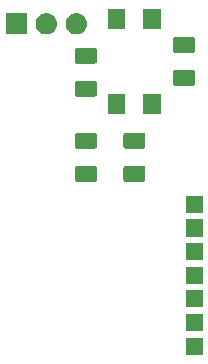
<source format=gbr>
G04 #@! TF.GenerationSoftware,KiCad,Pcbnew,(5.0.1)-4*
G04 #@! TF.CreationDate,2019-02-18T00:42:30+08:00*
G04 #@! TF.ProjectId,Xiaomi2Ali-Smart-Plug-WIFI-Module,5869616F6D6932416C692D536D617274,rev?*
G04 #@! TF.SameCoordinates,Original*
G04 #@! TF.FileFunction,Soldermask,Top*
G04 #@! TF.FilePolarity,Negative*
%FSLAX46Y46*%
G04 Gerber Fmt 4.6, Leading zero omitted, Abs format (unit mm)*
G04 Created by KiCad (PCBNEW (5.0.1)-4) date 2019/2/18 0:42:30*
%MOMM*%
%LPD*%
G01*
G04 APERTURE LIST*
%ADD10C,0.100000*%
G04 APERTURE END LIST*
D10*
G36*
X143826000Y-100226000D02*
X142374000Y-100226000D01*
X142374000Y-98774000D01*
X143826000Y-98774000D01*
X143826000Y-100226000D01*
X143826000Y-100226000D01*
G37*
G36*
X143826000Y-98226000D02*
X142374000Y-98226000D01*
X142374000Y-96774000D01*
X143826000Y-96774000D01*
X143826000Y-98226000D01*
X143826000Y-98226000D01*
G37*
G36*
X143826000Y-96226000D02*
X142374000Y-96226000D01*
X142374000Y-94774000D01*
X143826000Y-94774000D01*
X143826000Y-96226000D01*
X143826000Y-96226000D01*
G37*
G36*
X143826000Y-94226000D02*
X142374000Y-94226000D01*
X142374000Y-92774000D01*
X143826000Y-92774000D01*
X143826000Y-94226000D01*
X143826000Y-94226000D01*
G37*
G36*
X143826000Y-92226000D02*
X142374000Y-92226000D01*
X142374000Y-90774000D01*
X143826000Y-90774000D01*
X143826000Y-92226000D01*
X143826000Y-92226000D01*
G37*
G36*
X143826000Y-90226000D02*
X142374000Y-90226000D01*
X142374000Y-88774000D01*
X143826000Y-88774000D01*
X143826000Y-90226000D01*
X143826000Y-90226000D01*
G37*
G36*
X143826000Y-88226000D02*
X142374000Y-88226000D01*
X142374000Y-86774000D01*
X143826000Y-86774000D01*
X143826000Y-88226000D01*
X143826000Y-88226000D01*
G37*
G36*
X138768604Y-84228347D02*
X138805145Y-84239432D01*
X138838820Y-84257431D01*
X138868341Y-84281659D01*
X138892569Y-84311180D01*
X138910568Y-84344855D01*
X138921653Y-84381396D01*
X138926000Y-84425538D01*
X138926000Y-85374462D01*
X138921653Y-85418604D01*
X138910568Y-85455145D01*
X138892569Y-85488820D01*
X138868341Y-85518341D01*
X138838820Y-85542569D01*
X138805145Y-85560568D01*
X138768604Y-85571653D01*
X138724462Y-85576000D01*
X137275538Y-85576000D01*
X137231396Y-85571653D01*
X137194855Y-85560568D01*
X137161180Y-85542569D01*
X137131659Y-85518341D01*
X137107431Y-85488820D01*
X137089432Y-85455145D01*
X137078347Y-85418604D01*
X137074000Y-85374462D01*
X137074000Y-84425538D01*
X137078347Y-84381396D01*
X137089432Y-84344855D01*
X137107431Y-84311180D01*
X137131659Y-84281659D01*
X137161180Y-84257431D01*
X137194855Y-84239432D01*
X137231396Y-84228347D01*
X137275538Y-84224000D01*
X138724462Y-84224000D01*
X138768604Y-84228347D01*
X138768604Y-84228347D01*
G37*
G36*
X134668604Y-84228347D02*
X134705145Y-84239432D01*
X134738820Y-84257431D01*
X134768341Y-84281659D01*
X134792569Y-84311180D01*
X134810568Y-84344855D01*
X134821653Y-84381396D01*
X134826000Y-84425538D01*
X134826000Y-85374462D01*
X134821653Y-85418604D01*
X134810568Y-85455145D01*
X134792569Y-85488820D01*
X134768341Y-85518341D01*
X134738820Y-85542569D01*
X134705145Y-85560568D01*
X134668604Y-85571653D01*
X134624462Y-85576000D01*
X133175538Y-85576000D01*
X133131396Y-85571653D01*
X133094855Y-85560568D01*
X133061180Y-85542569D01*
X133031659Y-85518341D01*
X133007431Y-85488820D01*
X132989432Y-85455145D01*
X132978347Y-85418604D01*
X132974000Y-85374462D01*
X132974000Y-84425538D01*
X132978347Y-84381396D01*
X132989432Y-84344855D01*
X133007431Y-84311180D01*
X133031659Y-84281659D01*
X133061180Y-84257431D01*
X133094855Y-84239432D01*
X133131396Y-84228347D01*
X133175538Y-84224000D01*
X134624462Y-84224000D01*
X134668604Y-84228347D01*
X134668604Y-84228347D01*
G37*
G36*
X138768604Y-81428347D02*
X138805145Y-81439432D01*
X138838820Y-81457431D01*
X138868341Y-81481659D01*
X138892569Y-81511180D01*
X138910568Y-81544855D01*
X138921653Y-81581396D01*
X138926000Y-81625538D01*
X138926000Y-82574462D01*
X138921653Y-82618604D01*
X138910568Y-82655145D01*
X138892569Y-82688820D01*
X138868341Y-82718341D01*
X138838820Y-82742569D01*
X138805145Y-82760568D01*
X138768604Y-82771653D01*
X138724462Y-82776000D01*
X137275538Y-82776000D01*
X137231396Y-82771653D01*
X137194855Y-82760568D01*
X137161180Y-82742569D01*
X137131659Y-82718341D01*
X137107431Y-82688820D01*
X137089432Y-82655145D01*
X137078347Y-82618604D01*
X137074000Y-82574462D01*
X137074000Y-81625538D01*
X137078347Y-81581396D01*
X137089432Y-81544855D01*
X137107431Y-81511180D01*
X137131659Y-81481659D01*
X137161180Y-81457431D01*
X137194855Y-81439432D01*
X137231396Y-81428347D01*
X137275538Y-81424000D01*
X138724462Y-81424000D01*
X138768604Y-81428347D01*
X138768604Y-81428347D01*
G37*
G36*
X134668604Y-81428347D02*
X134705145Y-81439432D01*
X134738820Y-81457431D01*
X134768341Y-81481659D01*
X134792569Y-81511180D01*
X134810568Y-81544855D01*
X134821653Y-81581396D01*
X134826000Y-81625538D01*
X134826000Y-82574462D01*
X134821653Y-82618604D01*
X134810568Y-82655145D01*
X134792569Y-82688820D01*
X134768341Y-82718341D01*
X134738820Y-82742569D01*
X134705145Y-82760568D01*
X134668604Y-82771653D01*
X134624462Y-82776000D01*
X133175538Y-82776000D01*
X133131396Y-82771653D01*
X133094855Y-82760568D01*
X133061180Y-82742569D01*
X133031659Y-82718341D01*
X133007431Y-82688820D01*
X132989432Y-82655145D01*
X132978347Y-82618604D01*
X132974000Y-82574462D01*
X132974000Y-81625538D01*
X132978347Y-81581396D01*
X132989432Y-81544855D01*
X133007431Y-81511180D01*
X133031659Y-81481659D01*
X133061180Y-81457431D01*
X133094855Y-81439432D01*
X133131396Y-81428347D01*
X133175538Y-81424000D01*
X134624462Y-81424000D01*
X134668604Y-81428347D01*
X134668604Y-81428347D01*
G37*
G36*
X137251000Y-79851000D02*
X135749000Y-79851000D01*
X135749000Y-78149000D01*
X137251000Y-78149000D01*
X137251000Y-79851000D01*
X137251000Y-79851000D01*
G37*
G36*
X140251000Y-79851000D02*
X138749000Y-79851000D01*
X138749000Y-78149000D01*
X140251000Y-78149000D01*
X140251000Y-79851000D01*
X140251000Y-79851000D01*
G37*
G36*
X134668604Y-77028347D02*
X134705145Y-77039432D01*
X134738820Y-77057431D01*
X134768341Y-77081659D01*
X134792569Y-77111180D01*
X134810568Y-77144855D01*
X134821653Y-77181396D01*
X134826000Y-77225538D01*
X134826000Y-78174462D01*
X134821653Y-78218604D01*
X134810568Y-78255145D01*
X134792569Y-78288820D01*
X134768341Y-78318341D01*
X134738820Y-78342569D01*
X134705145Y-78360568D01*
X134668604Y-78371653D01*
X134624462Y-78376000D01*
X133175538Y-78376000D01*
X133131396Y-78371653D01*
X133094855Y-78360568D01*
X133061180Y-78342569D01*
X133031659Y-78318341D01*
X133007431Y-78288820D01*
X132989432Y-78255145D01*
X132978347Y-78218604D01*
X132974000Y-78174462D01*
X132974000Y-77225538D01*
X132978347Y-77181396D01*
X132989432Y-77144855D01*
X133007431Y-77111180D01*
X133031659Y-77081659D01*
X133061180Y-77057431D01*
X133094855Y-77039432D01*
X133131396Y-77028347D01*
X133175538Y-77024000D01*
X134624462Y-77024000D01*
X134668604Y-77028347D01*
X134668604Y-77028347D01*
G37*
G36*
X142968604Y-76128347D02*
X143005145Y-76139432D01*
X143038820Y-76157431D01*
X143068341Y-76181659D01*
X143092569Y-76211180D01*
X143110568Y-76244855D01*
X143121653Y-76281396D01*
X143126000Y-76325538D01*
X143126000Y-77274462D01*
X143121653Y-77318604D01*
X143110568Y-77355145D01*
X143092569Y-77388820D01*
X143068341Y-77418341D01*
X143038820Y-77442569D01*
X143005145Y-77460568D01*
X142968604Y-77471653D01*
X142924462Y-77476000D01*
X141475538Y-77476000D01*
X141431396Y-77471653D01*
X141394855Y-77460568D01*
X141361180Y-77442569D01*
X141331659Y-77418341D01*
X141307431Y-77388820D01*
X141289432Y-77355145D01*
X141278347Y-77318604D01*
X141274000Y-77274462D01*
X141274000Y-76325538D01*
X141278347Y-76281396D01*
X141289432Y-76244855D01*
X141307431Y-76211180D01*
X141331659Y-76181659D01*
X141361180Y-76157431D01*
X141394855Y-76139432D01*
X141431396Y-76128347D01*
X141475538Y-76124000D01*
X142924462Y-76124000D01*
X142968604Y-76128347D01*
X142968604Y-76128347D01*
G37*
G36*
X134668604Y-74228347D02*
X134705145Y-74239432D01*
X134738820Y-74257431D01*
X134768341Y-74281659D01*
X134792569Y-74311180D01*
X134810568Y-74344855D01*
X134821653Y-74381396D01*
X134826000Y-74425538D01*
X134826000Y-75374462D01*
X134821653Y-75418604D01*
X134810568Y-75455145D01*
X134792569Y-75488820D01*
X134768341Y-75518341D01*
X134738820Y-75542569D01*
X134705145Y-75560568D01*
X134668604Y-75571653D01*
X134624462Y-75576000D01*
X133175538Y-75576000D01*
X133131396Y-75571653D01*
X133094855Y-75560568D01*
X133061180Y-75542569D01*
X133031659Y-75518341D01*
X133007431Y-75488820D01*
X132989432Y-75455145D01*
X132978347Y-75418604D01*
X132974000Y-75374462D01*
X132974000Y-74425538D01*
X132978347Y-74381396D01*
X132989432Y-74344855D01*
X133007431Y-74311180D01*
X133031659Y-74281659D01*
X133061180Y-74257431D01*
X133094855Y-74239432D01*
X133131396Y-74228347D01*
X133175538Y-74224000D01*
X134624462Y-74224000D01*
X134668604Y-74228347D01*
X134668604Y-74228347D01*
G37*
G36*
X142968604Y-73328347D02*
X143005145Y-73339432D01*
X143038820Y-73357431D01*
X143068341Y-73381659D01*
X143092569Y-73411180D01*
X143110568Y-73444855D01*
X143121653Y-73481396D01*
X143126000Y-73525538D01*
X143126000Y-74474462D01*
X143121653Y-74518604D01*
X143110568Y-74555145D01*
X143092569Y-74588820D01*
X143068341Y-74618341D01*
X143038820Y-74642569D01*
X143005145Y-74660568D01*
X142968604Y-74671653D01*
X142924462Y-74676000D01*
X141475538Y-74676000D01*
X141431396Y-74671653D01*
X141394855Y-74660568D01*
X141361180Y-74642569D01*
X141331659Y-74618341D01*
X141307431Y-74588820D01*
X141289432Y-74555145D01*
X141278347Y-74518604D01*
X141274000Y-74474462D01*
X141274000Y-73525538D01*
X141278347Y-73481396D01*
X141289432Y-73444855D01*
X141307431Y-73411180D01*
X141331659Y-73381659D01*
X141361180Y-73357431D01*
X141394855Y-73339432D01*
X141431396Y-73328347D01*
X141475538Y-73324000D01*
X142924462Y-73324000D01*
X142968604Y-73328347D01*
X142968604Y-73328347D01*
G37*
G36*
X133190442Y-71305518D02*
X133256627Y-71312037D01*
X133369853Y-71346384D01*
X133426467Y-71363557D01*
X133565087Y-71437652D01*
X133582991Y-71447222D01*
X133618729Y-71476552D01*
X133720186Y-71559814D01*
X133803448Y-71661271D01*
X133832778Y-71697009D01*
X133832779Y-71697011D01*
X133916443Y-71853533D01*
X133916443Y-71853534D01*
X133967963Y-72023373D01*
X133985359Y-72200000D01*
X133967963Y-72376627D01*
X133933616Y-72489853D01*
X133916443Y-72546467D01*
X133860568Y-72651000D01*
X133832778Y-72702991D01*
X133803448Y-72738729D01*
X133720186Y-72840186D01*
X133618729Y-72923448D01*
X133582991Y-72952778D01*
X133582989Y-72952779D01*
X133426467Y-73036443D01*
X133369853Y-73053616D01*
X133256627Y-73087963D01*
X133190442Y-73094482D01*
X133124260Y-73101000D01*
X133035740Y-73101000D01*
X132969558Y-73094482D01*
X132903373Y-73087963D01*
X132790147Y-73053616D01*
X132733533Y-73036443D01*
X132577011Y-72952779D01*
X132577009Y-72952778D01*
X132541271Y-72923448D01*
X132439814Y-72840186D01*
X132356552Y-72738729D01*
X132327222Y-72702991D01*
X132299432Y-72651000D01*
X132243557Y-72546467D01*
X132226384Y-72489853D01*
X132192037Y-72376627D01*
X132174641Y-72200000D01*
X132192037Y-72023373D01*
X132243557Y-71853534D01*
X132243557Y-71853533D01*
X132327221Y-71697011D01*
X132327222Y-71697009D01*
X132356552Y-71661271D01*
X132439814Y-71559814D01*
X132541271Y-71476552D01*
X132577009Y-71447222D01*
X132594913Y-71437652D01*
X132733533Y-71363557D01*
X132790147Y-71346384D01*
X132903373Y-71312037D01*
X132969558Y-71305518D01*
X133035740Y-71299000D01*
X133124260Y-71299000D01*
X133190442Y-71305518D01*
X133190442Y-71305518D01*
G37*
G36*
X130650442Y-71305518D02*
X130716627Y-71312037D01*
X130829853Y-71346384D01*
X130886467Y-71363557D01*
X131025087Y-71437652D01*
X131042991Y-71447222D01*
X131078729Y-71476552D01*
X131180186Y-71559814D01*
X131263448Y-71661271D01*
X131292778Y-71697009D01*
X131292779Y-71697011D01*
X131376443Y-71853533D01*
X131376443Y-71853534D01*
X131427963Y-72023373D01*
X131445359Y-72200000D01*
X131427963Y-72376627D01*
X131393616Y-72489853D01*
X131376443Y-72546467D01*
X131320568Y-72651000D01*
X131292778Y-72702991D01*
X131263448Y-72738729D01*
X131180186Y-72840186D01*
X131078729Y-72923448D01*
X131042991Y-72952778D01*
X131042989Y-72952779D01*
X130886467Y-73036443D01*
X130829853Y-73053616D01*
X130716627Y-73087963D01*
X130650442Y-73094482D01*
X130584260Y-73101000D01*
X130495740Y-73101000D01*
X130429558Y-73094482D01*
X130363373Y-73087963D01*
X130250147Y-73053616D01*
X130193533Y-73036443D01*
X130037011Y-72952779D01*
X130037009Y-72952778D01*
X130001271Y-72923448D01*
X129899814Y-72840186D01*
X129816552Y-72738729D01*
X129787222Y-72702991D01*
X129759432Y-72651000D01*
X129703557Y-72546467D01*
X129686384Y-72489853D01*
X129652037Y-72376627D01*
X129634641Y-72200000D01*
X129652037Y-72023373D01*
X129703557Y-71853534D01*
X129703557Y-71853533D01*
X129787221Y-71697011D01*
X129787222Y-71697009D01*
X129816552Y-71661271D01*
X129899814Y-71559814D01*
X130001271Y-71476552D01*
X130037009Y-71447222D01*
X130054913Y-71437652D01*
X130193533Y-71363557D01*
X130250147Y-71346384D01*
X130363373Y-71312037D01*
X130429558Y-71305518D01*
X130495740Y-71299000D01*
X130584260Y-71299000D01*
X130650442Y-71305518D01*
X130650442Y-71305518D01*
G37*
G36*
X128901000Y-73101000D02*
X127099000Y-73101000D01*
X127099000Y-71299000D01*
X128901000Y-71299000D01*
X128901000Y-73101000D01*
X128901000Y-73101000D01*
G37*
G36*
X140251000Y-72651000D02*
X138749000Y-72651000D01*
X138749000Y-70949000D01*
X140251000Y-70949000D01*
X140251000Y-72651000D01*
X140251000Y-72651000D01*
G37*
G36*
X137251000Y-72651000D02*
X135749000Y-72651000D01*
X135749000Y-70949000D01*
X137251000Y-70949000D01*
X137251000Y-72651000D01*
X137251000Y-72651000D01*
G37*
M02*

</source>
